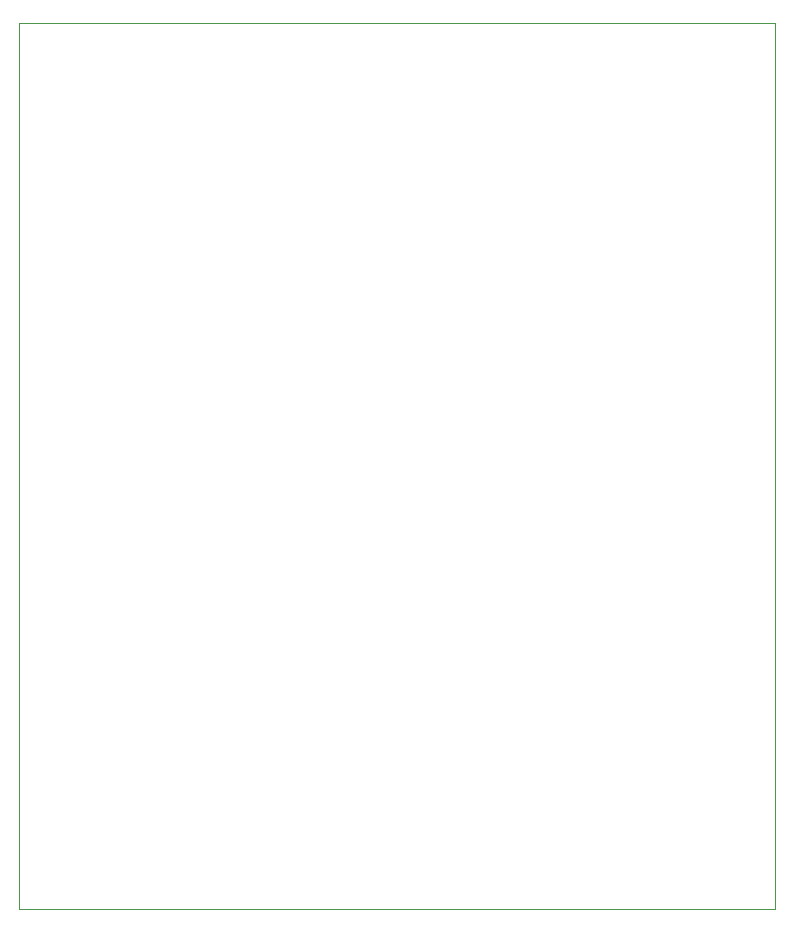
<source format=gbr>
%TF.GenerationSoftware,KiCad,Pcbnew,8.0.4*%
%TF.CreationDate,2025-06-08T14:38:43-04:00*%
%TF.ProjectId,car-battery-reverse-polarity-protection,6361722d-6261-4747-9465-72792d726576,rev?*%
%TF.SameCoordinates,Original*%
%TF.FileFunction,Profile,NP*%
%FSLAX46Y46*%
G04 Gerber Fmt 4.6, Leading zero omitted, Abs format (unit mm)*
G04 Created by KiCad (PCBNEW 8.0.4) date 2025-06-08 14:38:43*
%MOMM*%
%LPD*%
G01*
G04 APERTURE LIST*
%TA.AperFunction,Profile*%
%ADD10C,0.050000*%
%TD*%
G04 APERTURE END LIST*
D10*
X110750000Y-52000000D02*
X174750000Y-52000000D01*
X174750000Y-127000000D01*
X110750000Y-127000000D01*
X110750000Y-52000000D01*
M02*

</source>
